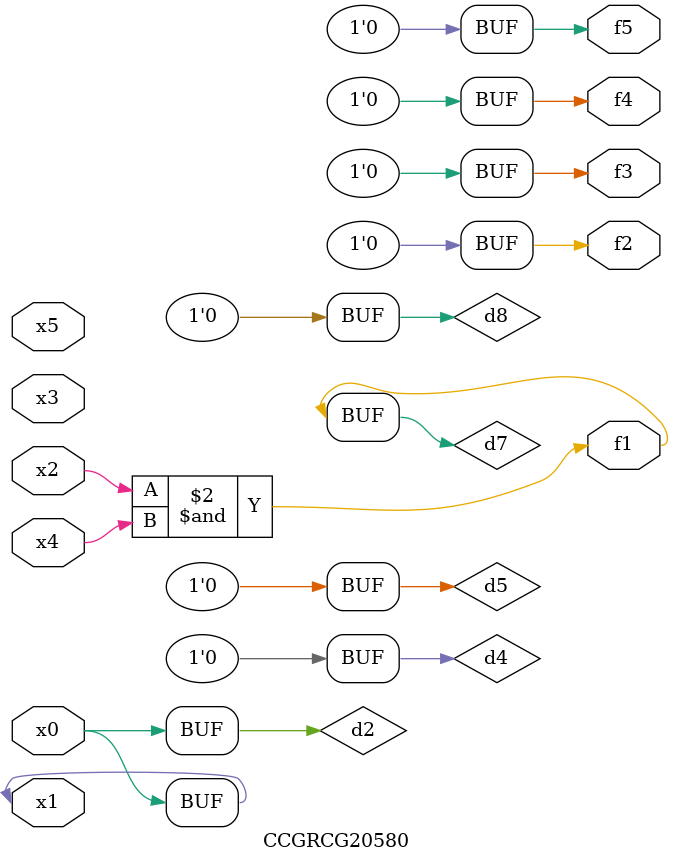
<source format=v>
module CCGRCG20580(
	input x0, x1, x2, x3, x4, x5,
	output f1, f2, f3, f4, f5
);

	wire d1, d2, d3, d4, d5, d6, d7, d8, d9;

	nand (d1, x1);
	buf (d2, x0, x1);
	nand (d3, x2, x4);
	and (d4, d1, d2);
	and (d5, d1, d2);
	nand (d6, d1, d3);
	not (d7, d3);
	xor (d8, d5);
	nor (d9, d5, d6);
	assign f1 = d7;
	assign f2 = d8;
	assign f3 = d8;
	assign f4 = d8;
	assign f5 = d8;
endmodule

</source>
